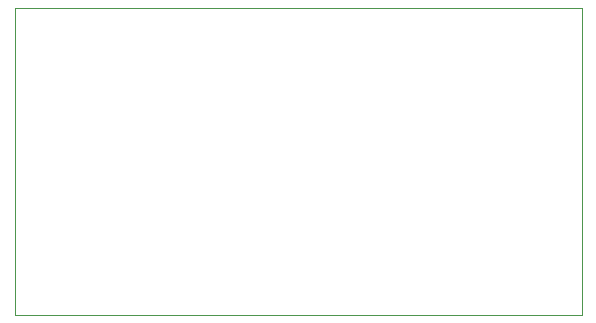
<source format=gm1>
G04 #@! TF.GenerationSoftware,KiCad,Pcbnew,7.0.2-6a45011f42~172~ubuntu20.04.1*
G04 #@! TF.CreationDate,2023-05-13T15:02:50+09:00*
G04 #@! TF.ProjectId,Wisun_proto,57697375-6e5f-4707-926f-746f2e6b6963,0.3*
G04 #@! TF.SameCoordinates,PX1b67618PY41e13c0*
G04 #@! TF.FileFunction,Profile,NP*
%FSLAX46Y46*%
G04 Gerber Fmt 4.6, Leading zero omitted, Abs format (unit mm)*
G04 Created by KiCad (PCBNEW 7.0.2-6a45011f42~172~ubuntu20.04.1) date 2023-05-13 15:02:50*
%MOMM*%
%LPD*%
G01*
G04 APERTURE LIST*
G04 #@! TA.AperFunction,Profile*
%ADD10C,0.100000*%
G04 #@! TD*
G04 APERTURE END LIST*
D10*
X0Y26000000D02*
X0Y0D01*
X48000000Y0D02*
X48000000Y26000000D01*
X48000000Y26000000D02*
X0Y26000000D01*
X0Y0D02*
X48000000Y0D01*
M02*

</source>
